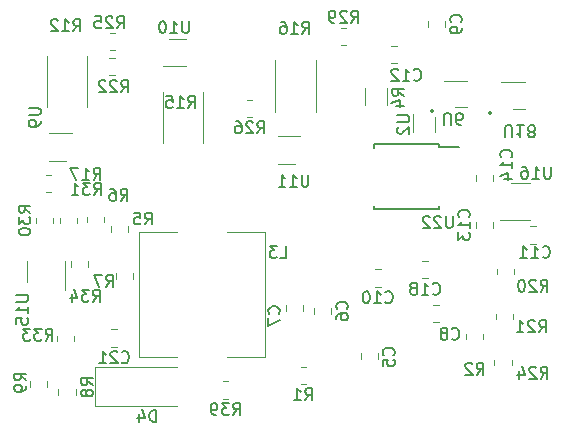
<source format=gbr>
%TF.GenerationSoftware,KiCad,Pcbnew,(6.0.2)*%
%TF.CreationDate,2022-05-11T05:14:46-07:00*%
%TF.ProjectId,InsulinCoolerBoard,496e7375-6c69-46e4-936f-6f6c6572426f,rev?*%
%TF.SameCoordinates,Original*%
%TF.FileFunction,Legend,Bot*%
%TF.FilePolarity,Positive*%
%FSLAX46Y46*%
G04 Gerber Fmt 4.6, Leading zero omitted, Abs format (unit mm)*
G04 Created by KiCad (PCBNEW (6.0.2)) date 2022-05-11 05:14:46*
%MOMM*%
%LPD*%
G01*
G04 APERTURE LIST*
%ADD10C,0.150000*%
%ADD11C,0.120000*%
%ADD12C,0.300000*%
G04 APERTURE END LIST*
D10*
%TO.C,R20*%
X141308057Y-90190580D02*
X141641390Y-89714390D01*
X141879485Y-90190580D02*
X141879485Y-89190580D01*
X141498533Y-89190580D01*
X141403295Y-89238200D01*
X141355676Y-89285819D01*
X141308057Y-89381057D01*
X141308057Y-89523914D01*
X141355676Y-89619152D01*
X141403295Y-89666771D01*
X141498533Y-89714390D01*
X141879485Y-89714390D01*
X140927104Y-89285819D02*
X140879485Y-89238200D01*
X140784247Y-89190580D01*
X140546152Y-89190580D01*
X140450914Y-89238200D01*
X140403295Y-89285819D01*
X140355676Y-89381057D01*
X140355676Y-89476295D01*
X140403295Y-89619152D01*
X140974723Y-90190580D01*
X140355676Y-90190580D01*
X139736628Y-89190580D02*
X139641390Y-89190580D01*
X139546152Y-89238200D01*
X139498533Y-89285819D01*
X139450914Y-89381057D01*
X139403295Y-89571533D01*
X139403295Y-89809628D01*
X139450914Y-90000104D01*
X139498533Y-90095342D01*
X139546152Y-90142961D01*
X139641390Y-90190580D01*
X139736628Y-90190580D01*
X139831866Y-90142961D01*
X139879485Y-90095342D01*
X139927104Y-90000104D01*
X139974723Y-89809628D01*
X139974723Y-89571533D01*
X139927104Y-89381057D01*
X139879485Y-89285819D01*
X139831866Y-89238200D01*
X139736628Y-89190580D01*
%TO.C,R21*%
X141181057Y-93619580D02*
X141514390Y-93143390D01*
X141752485Y-93619580D02*
X141752485Y-92619580D01*
X141371533Y-92619580D01*
X141276295Y-92667200D01*
X141228676Y-92714819D01*
X141181057Y-92810057D01*
X141181057Y-92952914D01*
X141228676Y-93048152D01*
X141276295Y-93095771D01*
X141371533Y-93143390D01*
X141752485Y-93143390D01*
X140800104Y-92714819D02*
X140752485Y-92667200D01*
X140657247Y-92619580D01*
X140419152Y-92619580D01*
X140323914Y-92667200D01*
X140276295Y-92714819D01*
X140228676Y-92810057D01*
X140228676Y-92905295D01*
X140276295Y-93048152D01*
X140847723Y-93619580D01*
X140228676Y-93619580D01*
X139276295Y-93619580D02*
X139847723Y-93619580D01*
X139562009Y-93619580D02*
X139562009Y-92619580D01*
X139657247Y-92762438D01*
X139752485Y-92857676D01*
X139847723Y-92905295D01*
%TO.C,R24*%
X141308057Y-97556580D02*
X141641390Y-97080390D01*
X141879485Y-97556580D02*
X141879485Y-96556580D01*
X141498533Y-96556580D01*
X141403295Y-96604200D01*
X141355676Y-96651819D01*
X141308057Y-96747057D01*
X141308057Y-96889914D01*
X141355676Y-96985152D01*
X141403295Y-97032771D01*
X141498533Y-97080390D01*
X141879485Y-97080390D01*
X140927104Y-96651819D02*
X140879485Y-96604200D01*
X140784247Y-96556580D01*
X140546152Y-96556580D01*
X140450914Y-96604200D01*
X140403295Y-96651819D01*
X140355676Y-96747057D01*
X140355676Y-96842295D01*
X140403295Y-96985152D01*
X140974723Y-97556580D01*
X140355676Y-97556580D01*
X139498533Y-96889914D02*
X139498533Y-97556580D01*
X139736628Y-96508961D02*
X139974723Y-97223247D01*
X139355676Y-97223247D01*
%TO.C,R39*%
X115289057Y-100628980D02*
X115622390Y-100152790D01*
X115860485Y-100628980D02*
X115860485Y-99628980D01*
X115479533Y-99628980D01*
X115384295Y-99676600D01*
X115336676Y-99724219D01*
X115289057Y-99819457D01*
X115289057Y-99962314D01*
X115336676Y-100057552D01*
X115384295Y-100105171D01*
X115479533Y-100152790D01*
X115860485Y-100152790D01*
X114955723Y-99628980D02*
X114336676Y-99628980D01*
X114670009Y-100009933D01*
X114527152Y-100009933D01*
X114431914Y-100057552D01*
X114384295Y-100105171D01*
X114336676Y-100200409D01*
X114336676Y-100438504D01*
X114384295Y-100533742D01*
X114431914Y-100581361D01*
X114527152Y-100628980D01*
X114812866Y-100628980D01*
X114908104Y-100581361D01*
X114955723Y-100533742D01*
X113860485Y-100628980D02*
X113670009Y-100628980D01*
X113574771Y-100581361D01*
X113527152Y-100533742D01*
X113431914Y-100390885D01*
X113384295Y-100200409D01*
X113384295Y-99819457D01*
X113431914Y-99724219D01*
X113479533Y-99676600D01*
X113574771Y-99628980D01*
X113765247Y-99628980D01*
X113860485Y-99676600D01*
X113908104Y-99724219D01*
X113955723Y-99819457D01*
X113955723Y-100057552D01*
X113908104Y-100152790D01*
X113860485Y-100200409D01*
X113765247Y-100248028D01*
X113574771Y-100248028D01*
X113479533Y-100200409D01*
X113431914Y-100152790D01*
X113384295Y-100057552D01*
%TO.C,R34*%
X103411257Y-91028780D02*
X103744590Y-90552590D01*
X103982685Y-91028780D02*
X103982685Y-90028780D01*
X103601733Y-90028780D01*
X103506495Y-90076400D01*
X103458876Y-90124019D01*
X103411257Y-90219257D01*
X103411257Y-90362114D01*
X103458876Y-90457352D01*
X103506495Y-90504971D01*
X103601733Y-90552590D01*
X103982685Y-90552590D01*
X103077923Y-90028780D02*
X102458876Y-90028780D01*
X102792209Y-90409733D01*
X102649352Y-90409733D01*
X102554114Y-90457352D01*
X102506495Y-90504971D01*
X102458876Y-90600209D01*
X102458876Y-90838304D01*
X102506495Y-90933542D01*
X102554114Y-90981161D01*
X102649352Y-91028780D01*
X102935066Y-91028780D01*
X103030304Y-90981161D01*
X103077923Y-90933542D01*
X101601733Y-90362114D02*
X101601733Y-91028780D01*
X101839828Y-89981161D02*
X102077923Y-90695447D01*
X101458876Y-90695447D01*
%TO.C,D4*%
X108757895Y-101209780D02*
X108757895Y-100209780D01*
X108519800Y-100209780D01*
X108376942Y-100257400D01*
X108281704Y-100352638D01*
X108234085Y-100447876D01*
X108186466Y-100638352D01*
X108186466Y-100781209D01*
X108234085Y-100971685D01*
X108281704Y-101066923D01*
X108376942Y-101162161D01*
X108519800Y-101209780D01*
X108757895Y-101209780D01*
X107329323Y-100543114D02*
X107329323Y-101209780D01*
X107567419Y-100162161D02*
X107805514Y-100876447D01*
X107186466Y-100876447D01*
%TO.C,R26*%
X117330457Y-76778380D02*
X117663790Y-76302190D01*
X117901885Y-76778380D02*
X117901885Y-75778380D01*
X117520933Y-75778380D01*
X117425695Y-75826000D01*
X117378076Y-75873619D01*
X117330457Y-75968857D01*
X117330457Y-76111714D01*
X117378076Y-76206952D01*
X117425695Y-76254571D01*
X117520933Y-76302190D01*
X117901885Y-76302190D01*
X116949504Y-75873619D02*
X116901885Y-75826000D01*
X116806647Y-75778380D01*
X116568552Y-75778380D01*
X116473314Y-75826000D01*
X116425695Y-75873619D01*
X116378076Y-75968857D01*
X116378076Y-76064095D01*
X116425695Y-76206952D01*
X116997123Y-76778380D01*
X116378076Y-76778380D01*
X115520933Y-75778380D02*
X115711409Y-75778380D01*
X115806647Y-75826000D01*
X115854266Y-75873619D01*
X115949504Y-76016476D01*
X115997123Y-76206952D01*
X115997123Y-76587904D01*
X115949504Y-76683142D01*
X115901885Y-76730761D01*
X115806647Y-76778380D01*
X115616171Y-76778380D01*
X115520933Y-76730761D01*
X115473314Y-76683142D01*
X115425695Y-76587904D01*
X115425695Y-76349809D01*
X115473314Y-76254571D01*
X115520933Y-76206952D01*
X115616171Y-76159333D01*
X115806647Y-76159333D01*
X115901885Y-76206952D01*
X115949504Y-76254571D01*
X115997123Y-76349809D01*
%TO.C,U6*%
X133135895Y-76078119D02*
X133135895Y-75268595D01*
X133183514Y-75173357D01*
X133231133Y-75125738D01*
X133326371Y-75078119D01*
X133516847Y-75078119D01*
X133612085Y-75125738D01*
X133659704Y-75173357D01*
X133707323Y-75268595D01*
X133707323Y-76078119D01*
X134612085Y-76078119D02*
X134421609Y-76078119D01*
X134326371Y-76030500D01*
X134278752Y-75982880D01*
X134183514Y-75840023D01*
X134135895Y-75649547D01*
X134135895Y-75268595D01*
X134183514Y-75173357D01*
X134231133Y-75125738D01*
X134326371Y-75078119D01*
X134516847Y-75078119D01*
X134612085Y-75125738D01*
X134659704Y-75173357D01*
X134707323Y-75268595D01*
X134707323Y-75506690D01*
X134659704Y-75601928D01*
X134612085Y-75649547D01*
X134516847Y-75697166D01*
X134326371Y-75697166D01*
X134231133Y-75649547D01*
X134183514Y-75601928D01*
X134135895Y-75506690D01*
%TO.C,R9*%
X97759780Y-97699533D02*
X97283590Y-97366200D01*
X97759780Y-97128104D02*
X96759780Y-97128104D01*
X96759780Y-97509057D01*
X96807400Y-97604295D01*
X96855019Y-97651914D01*
X96950257Y-97699533D01*
X97093114Y-97699533D01*
X97188352Y-97651914D01*
X97235971Y-97604295D01*
X97283590Y-97509057D01*
X97283590Y-97128104D01*
X97759780Y-98175723D02*
X97759780Y-98366200D01*
X97712161Y-98461438D01*
X97664542Y-98509057D01*
X97521685Y-98604295D01*
X97331209Y-98651914D01*
X96950257Y-98651914D01*
X96855019Y-98604295D01*
X96807400Y-98556676D01*
X96759780Y-98461438D01*
X96759780Y-98270961D01*
X96807400Y-98175723D01*
X96855019Y-98128104D01*
X96950257Y-98080485D01*
X97188352Y-98080485D01*
X97283590Y-98128104D01*
X97331209Y-98175723D01*
X97378828Y-98270961D01*
X97378828Y-98461438D01*
X97331209Y-98556676D01*
X97283590Y-98604295D01*
X97188352Y-98651914D01*
%TO.C,U16*%
X142182695Y-79614780D02*
X142182695Y-80424304D01*
X142135076Y-80519542D01*
X142087457Y-80567161D01*
X141992219Y-80614780D01*
X141801742Y-80614780D01*
X141706504Y-80567161D01*
X141658885Y-80519542D01*
X141611266Y-80424304D01*
X141611266Y-79614780D01*
X140611266Y-80614780D02*
X141182695Y-80614780D01*
X140896980Y-80614780D02*
X140896980Y-79614780D01*
X140992219Y-79757638D01*
X141087457Y-79852876D01*
X141182695Y-79900495D01*
X139754123Y-79614780D02*
X139944600Y-79614780D01*
X140039838Y-79662400D01*
X140087457Y-79710019D01*
X140182695Y-79852876D01*
X140230314Y-80043352D01*
X140230314Y-80424304D01*
X140182695Y-80519542D01*
X140135076Y-80567161D01*
X140039838Y-80614780D01*
X139849361Y-80614780D01*
X139754123Y-80567161D01*
X139706504Y-80519542D01*
X139658885Y-80424304D01*
X139658885Y-80186209D01*
X139706504Y-80090971D01*
X139754123Y-80043352D01*
X139849361Y-79995733D01*
X140039838Y-79995733D01*
X140135076Y-80043352D01*
X140182695Y-80090971D01*
X140230314Y-80186209D01*
%TO.C,U15*%
X96937580Y-90455904D02*
X97747104Y-90455904D01*
X97842342Y-90503523D01*
X97889961Y-90551142D01*
X97937580Y-90646380D01*
X97937580Y-90836857D01*
X97889961Y-90932095D01*
X97842342Y-90979714D01*
X97747104Y-91027333D01*
X96937580Y-91027333D01*
X97937580Y-92027333D02*
X97937580Y-91455904D01*
X97937580Y-91741619D02*
X96937580Y-91741619D01*
X97080438Y-91646380D01*
X97175676Y-91551142D01*
X97223295Y-91455904D01*
X96937580Y-92932095D02*
X96937580Y-92455904D01*
X97413771Y-92408285D01*
X97366152Y-92455904D01*
X97318533Y-92551142D01*
X97318533Y-92789238D01*
X97366152Y-92884476D01*
X97413771Y-92932095D01*
X97509009Y-92979714D01*
X97747104Y-92979714D01*
X97842342Y-92932095D01*
X97889961Y-92884476D01*
X97937580Y-92789238D01*
X97937580Y-92551142D01*
X97889961Y-92455904D01*
X97842342Y-92408285D01*
%TO.C,C6*%
X124906441Y-91653534D02*
X124954060Y-91605915D01*
X125001679Y-91463058D01*
X125001679Y-91367820D01*
X124954060Y-91224962D01*
X124858822Y-91129724D01*
X124763584Y-91082105D01*
X124573108Y-91034486D01*
X124430251Y-91034486D01*
X124239775Y-91082105D01*
X124144537Y-91129724D01*
X124049299Y-91224962D01*
X124001679Y-91367820D01*
X124001679Y-91463058D01*
X124049299Y-91605915D01*
X124096918Y-91653534D01*
X124001679Y-92510677D02*
X124001679Y-92320201D01*
X124049299Y-92224962D01*
X124096918Y-92177343D01*
X124239775Y-92082105D01*
X124430251Y-92034486D01*
X124811203Y-92034486D01*
X124906441Y-92082105D01*
X124954060Y-92129724D01*
X125001679Y-92224962D01*
X125001679Y-92415439D01*
X124954060Y-92510677D01*
X124906441Y-92558296D01*
X124811203Y-92605915D01*
X124573108Y-92605915D01*
X124477870Y-92558296D01*
X124430251Y-92510677D01*
X124382632Y-92415439D01*
X124382632Y-92224962D01*
X124430251Y-92129724D01*
X124477870Y-92082105D01*
X124573108Y-92034486D01*
%TO.C,U18*%
X138320986Y-77106219D02*
X138320986Y-76296695D01*
X138368605Y-76201457D01*
X138416224Y-76153838D01*
X138511462Y-76106219D01*
X138701939Y-76106219D01*
X138797177Y-76153838D01*
X138844796Y-76201457D01*
X138892415Y-76296695D01*
X138892415Y-77106219D01*
X139892415Y-76106219D02*
X139320986Y-76106219D01*
X139606701Y-76106219D02*
X139606701Y-77106219D01*
X139511462Y-76963361D01*
X139416224Y-76868123D01*
X139320986Y-76820504D01*
X140463843Y-76677647D02*
X140368605Y-76725266D01*
X140320986Y-76772885D01*
X140273367Y-76868123D01*
X140273367Y-76915742D01*
X140320986Y-77010980D01*
X140368605Y-77058600D01*
X140463843Y-77106219D01*
X140654320Y-77106219D01*
X140749558Y-77058600D01*
X140797177Y-77010980D01*
X140844796Y-76915742D01*
X140844796Y-76868123D01*
X140797177Y-76772885D01*
X140749558Y-76725266D01*
X140654320Y-76677647D01*
X140463843Y-76677647D01*
X140368605Y-76630028D01*
X140320986Y-76582409D01*
X140273367Y-76487171D01*
X140273367Y-76296695D01*
X140320986Y-76201457D01*
X140368605Y-76153838D01*
X140463843Y-76106219D01*
X140654320Y-76106219D01*
X140749558Y-76153838D01*
X140797177Y-76201457D01*
X140844796Y-76296695D01*
X140844796Y-76487171D01*
X140797177Y-76582409D01*
X140749558Y-76630028D01*
X140654320Y-76677647D01*
%TO.C,C5*%
X128855441Y-95569034D02*
X128903060Y-95521415D01*
X128950679Y-95378558D01*
X128950679Y-95283320D01*
X128903060Y-95140462D01*
X128807822Y-95045224D01*
X128712584Y-94997605D01*
X128522108Y-94949986D01*
X128379251Y-94949986D01*
X128188775Y-94997605D01*
X128093537Y-95045224D01*
X127998299Y-95140462D01*
X127950679Y-95283320D01*
X127950679Y-95378558D01*
X127998299Y-95521415D01*
X128045918Y-95569034D01*
X127950679Y-96473796D02*
X127950679Y-95997605D01*
X128426870Y-95949986D01*
X128379251Y-95997605D01*
X128331632Y-96092843D01*
X128331632Y-96330939D01*
X128379251Y-96426177D01*
X128426870Y-96473796D01*
X128522108Y-96521415D01*
X128760203Y-96521415D01*
X128855441Y-96473796D01*
X128903060Y-96426177D01*
X128950679Y-96330939D01*
X128950679Y-96092843D01*
X128903060Y-95997605D01*
X128855441Y-95949986D01*
%TO.C,R25*%
X105443257Y-67889380D02*
X105776590Y-67413190D01*
X106014685Y-67889380D02*
X106014685Y-66889380D01*
X105633733Y-66889380D01*
X105538495Y-66937000D01*
X105490876Y-66984619D01*
X105443257Y-67079857D01*
X105443257Y-67222714D01*
X105490876Y-67317952D01*
X105538495Y-67365571D01*
X105633733Y-67413190D01*
X106014685Y-67413190D01*
X105062304Y-66984619D02*
X105014685Y-66937000D01*
X104919447Y-66889380D01*
X104681352Y-66889380D01*
X104586114Y-66937000D01*
X104538495Y-66984619D01*
X104490876Y-67079857D01*
X104490876Y-67175095D01*
X104538495Y-67317952D01*
X105109923Y-67889380D01*
X104490876Y-67889380D01*
X103586114Y-66889380D02*
X104062304Y-66889380D01*
X104109923Y-67365571D01*
X104062304Y-67317952D01*
X103967066Y-67270333D01*
X103728971Y-67270333D01*
X103633733Y-67317952D01*
X103586114Y-67365571D01*
X103538495Y-67460809D01*
X103538495Y-67698904D01*
X103586114Y-67794142D01*
X103633733Y-67841761D01*
X103728971Y-67889380D01*
X103967066Y-67889380D01*
X104062304Y-67841761D01*
X104109923Y-67794142D01*
%TO.C,C18*%
X132189457Y-90352942D02*
X132237076Y-90400561D01*
X132379933Y-90448180D01*
X132475171Y-90448180D01*
X132618028Y-90400561D01*
X132713266Y-90305323D01*
X132760885Y-90210085D01*
X132808504Y-90019609D01*
X132808504Y-89876752D01*
X132760885Y-89686276D01*
X132713266Y-89591038D01*
X132618028Y-89495800D01*
X132475171Y-89448180D01*
X132379933Y-89448180D01*
X132237076Y-89495800D01*
X132189457Y-89543419D01*
X131237076Y-90448180D02*
X131808504Y-90448180D01*
X131522790Y-90448180D02*
X131522790Y-89448180D01*
X131618028Y-89591038D01*
X131713266Y-89686276D01*
X131808504Y-89733895D01*
X130665647Y-89876752D02*
X130760885Y-89829133D01*
X130808504Y-89781514D01*
X130856123Y-89686276D01*
X130856123Y-89638657D01*
X130808504Y-89543419D01*
X130760885Y-89495800D01*
X130665647Y-89448180D01*
X130475171Y-89448180D01*
X130379933Y-89495800D01*
X130332314Y-89543419D01*
X130284695Y-89638657D01*
X130284695Y-89686276D01*
X130332314Y-89781514D01*
X130379933Y-89829133D01*
X130475171Y-89876752D01*
X130665647Y-89876752D01*
X130760885Y-89924371D01*
X130808504Y-89971990D01*
X130856123Y-90067228D01*
X130856123Y-90257704D01*
X130808504Y-90352942D01*
X130760885Y-90400561D01*
X130665647Y-90448180D01*
X130475171Y-90448180D01*
X130379933Y-90400561D01*
X130332314Y-90352942D01*
X130284695Y-90257704D01*
X130284695Y-90067228D01*
X130332314Y-89971990D01*
X130379933Y-89924371D01*
X130475171Y-89876752D01*
%TO.C,C10*%
X128172357Y-91064142D02*
X128219976Y-91111761D01*
X128362833Y-91159380D01*
X128458071Y-91159380D01*
X128600928Y-91111761D01*
X128696166Y-91016523D01*
X128743785Y-90921285D01*
X128791404Y-90730809D01*
X128791404Y-90587952D01*
X128743785Y-90397476D01*
X128696166Y-90302238D01*
X128600928Y-90207000D01*
X128458071Y-90159380D01*
X128362833Y-90159380D01*
X128219976Y-90207000D01*
X128172357Y-90254619D01*
X127219976Y-91159380D02*
X127791404Y-91159380D01*
X127505690Y-91159380D02*
X127505690Y-90159380D01*
X127600928Y-90302238D01*
X127696166Y-90397476D01*
X127791404Y-90445095D01*
X126600928Y-90159380D02*
X126505690Y-90159380D01*
X126410452Y-90207000D01*
X126362833Y-90254619D01*
X126315214Y-90349857D01*
X126267595Y-90540333D01*
X126267595Y-90778428D01*
X126315214Y-90968904D01*
X126362833Y-91064142D01*
X126410452Y-91111761D01*
X126505690Y-91159380D01*
X126600928Y-91159380D01*
X126696166Y-91111761D01*
X126743785Y-91064142D01*
X126791404Y-90968904D01*
X126839023Y-90778428D01*
X126839023Y-90540333D01*
X126791404Y-90349857D01*
X126743785Y-90254619D01*
X126696166Y-90207000D01*
X126600928Y-90159380D01*
%TO.C,R17*%
X103462057Y-80716380D02*
X103795390Y-80240190D01*
X104033485Y-80716380D02*
X104033485Y-79716380D01*
X103652533Y-79716380D01*
X103557295Y-79764000D01*
X103509676Y-79811619D01*
X103462057Y-79906857D01*
X103462057Y-80049714D01*
X103509676Y-80144952D01*
X103557295Y-80192571D01*
X103652533Y-80240190D01*
X104033485Y-80240190D01*
X102509676Y-80716380D02*
X103081104Y-80716380D01*
X102795390Y-80716380D02*
X102795390Y-79716380D01*
X102890628Y-79859238D01*
X102985866Y-79954476D01*
X103081104Y-80002095D01*
X102176342Y-79716380D02*
X101509676Y-79716380D01*
X101938247Y-80716380D01*
%TO.C,U2*%
X129186380Y-75276595D02*
X129995904Y-75276595D01*
X130091142Y-75324214D01*
X130138761Y-75371833D01*
X130186380Y-75467071D01*
X130186380Y-75657547D01*
X130138761Y-75752785D01*
X130091142Y-75800404D01*
X129995904Y-75848023D01*
X129186380Y-75848023D01*
X129281619Y-76276595D02*
X129234000Y-76324214D01*
X129186380Y-76419452D01*
X129186380Y-76657547D01*
X129234000Y-76752785D01*
X129281619Y-76800404D01*
X129376857Y-76848023D01*
X129472095Y-76848023D01*
X129614952Y-76800404D01*
X130186380Y-76228976D01*
X130186380Y-76848023D01*
%TO.C,U10*%
X111550295Y-67288780D02*
X111550295Y-68098304D01*
X111502676Y-68193542D01*
X111455057Y-68241161D01*
X111359819Y-68288780D01*
X111169342Y-68288780D01*
X111074104Y-68241161D01*
X111026485Y-68193542D01*
X110978866Y-68098304D01*
X110978866Y-67288780D01*
X109978866Y-68288780D02*
X110550295Y-68288780D01*
X110264580Y-68288780D02*
X110264580Y-67288780D01*
X110359819Y-67431638D01*
X110455057Y-67526876D01*
X110550295Y-67574495D01*
X109359819Y-67288780D02*
X109264580Y-67288780D01*
X109169342Y-67336400D01*
X109121723Y-67384019D01*
X109074104Y-67479257D01*
X109026485Y-67669733D01*
X109026485Y-67907828D01*
X109074104Y-68098304D01*
X109121723Y-68193542D01*
X109169342Y-68241161D01*
X109264580Y-68288780D01*
X109359819Y-68288780D01*
X109455057Y-68241161D01*
X109502676Y-68193542D01*
X109550295Y-68098304D01*
X109597914Y-67907828D01*
X109597914Y-67669733D01*
X109550295Y-67479257D01*
X109502676Y-67384019D01*
X109455057Y-67336400D01*
X109359819Y-67288780D01*
%TO.C,U11*%
X121659495Y-80293580D02*
X121659495Y-81103104D01*
X121611876Y-81198342D01*
X121564257Y-81245961D01*
X121469019Y-81293580D01*
X121278542Y-81293580D01*
X121183304Y-81245961D01*
X121135685Y-81198342D01*
X121088066Y-81103104D01*
X121088066Y-80293580D01*
X120088066Y-81293580D02*
X120659495Y-81293580D01*
X120373780Y-81293580D02*
X120373780Y-80293580D01*
X120469019Y-80436438D01*
X120564257Y-80531676D01*
X120659495Y-80579295D01*
X119135685Y-81293580D02*
X119707114Y-81293580D01*
X119421400Y-81293580D02*
X119421400Y-80293580D01*
X119516638Y-80436438D01*
X119611876Y-80531676D01*
X119707114Y-80579295D01*
%TO.C,C11*%
X141485857Y-87250542D02*
X141533476Y-87298161D01*
X141676333Y-87345780D01*
X141771571Y-87345780D01*
X141914428Y-87298161D01*
X142009666Y-87202923D01*
X142057285Y-87107685D01*
X142104904Y-86917209D01*
X142104904Y-86774352D01*
X142057285Y-86583876D01*
X142009666Y-86488638D01*
X141914428Y-86393400D01*
X141771571Y-86345780D01*
X141676333Y-86345780D01*
X141533476Y-86393400D01*
X141485857Y-86441019D01*
X140533476Y-87345780D02*
X141104904Y-87345780D01*
X140819190Y-87345780D02*
X140819190Y-86345780D01*
X140914428Y-86488638D01*
X141009666Y-86583876D01*
X141104904Y-86631495D01*
X139581095Y-87345780D02*
X140152523Y-87345780D01*
X139866809Y-87345780D02*
X139866809Y-86345780D01*
X139962047Y-86488638D01*
X140057285Y-86583876D01*
X140152523Y-86631495D01*
%TO.C,R8*%
X103423980Y-98105933D02*
X102947790Y-97772600D01*
X103423980Y-97534504D02*
X102423980Y-97534504D01*
X102423980Y-97915457D01*
X102471600Y-98010695D01*
X102519219Y-98058314D01*
X102614457Y-98105933D01*
X102757314Y-98105933D01*
X102852552Y-98058314D01*
X102900171Y-98010695D01*
X102947790Y-97915457D01*
X102947790Y-97534504D01*
X102852552Y-98677361D02*
X102804933Y-98582123D01*
X102757314Y-98534504D01*
X102662076Y-98486885D01*
X102614457Y-98486885D01*
X102519219Y-98534504D01*
X102471600Y-98582123D01*
X102423980Y-98677361D01*
X102423980Y-98867838D01*
X102471600Y-98963076D01*
X102519219Y-99010695D01*
X102614457Y-99058314D01*
X102662076Y-99058314D01*
X102757314Y-99010695D01*
X102804933Y-98963076D01*
X102852552Y-98867838D01*
X102852552Y-98677361D01*
X102900171Y-98582123D01*
X102947790Y-98534504D01*
X103043028Y-98486885D01*
X103233504Y-98486885D01*
X103328742Y-98534504D01*
X103376361Y-98582123D01*
X103423980Y-98677361D01*
X103423980Y-98867838D01*
X103376361Y-98963076D01*
X103328742Y-99010695D01*
X103233504Y-99058314D01*
X103043028Y-99058314D01*
X102947790Y-99010695D01*
X102900171Y-98963076D01*
X102852552Y-98867838D01*
%TO.C,R7*%
X104535266Y-89758780D02*
X104868600Y-89282590D01*
X105106695Y-89758780D02*
X105106695Y-88758780D01*
X104725742Y-88758780D01*
X104630504Y-88806400D01*
X104582885Y-88854019D01*
X104535266Y-88949257D01*
X104535266Y-89092114D01*
X104582885Y-89187352D01*
X104630504Y-89234971D01*
X104725742Y-89282590D01*
X105106695Y-89282590D01*
X104201933Y-88758780D02*
X103535266Y-88758780D01*
X103963838Y-89758780D01*
%TO.C,C9*%
X134548942Y-67371933D02*
X134596561Y-67324314D01*
X134644180Y-67181457D01*
X134644180Y-67086219D01*
X134596561Y-66943361D01*
X134501323Y-66848123D01*
X134406085Y-66800504D01*
X134215609Y-66752885D01*
X134072752Y-66752885D01*
X133882276Y-66800504D01*
X133787038Y-66848123D01*
X133691800Y-66943361D01*
X133644180Y-67086219D01*
X133644180Y-67181457D01*
X133691800Y-67324314D01*
X133739419Y-67371933D01*
X134644180Y-67848123D02*
X134644180Y-68038600D01*
X134596561Y-68133838D01*
X134548942Y-68181457D01*
X134406085Y-68276695D01*
X134215609Y-68324314D01*
X133834657Y-68324314D01*
X133739419Y-68276695D01*
X133691800Y-68229076D01*
X133644180Y-68133838D01*
X133644180Y-67943361D01*
X133691800Y-67848123D01*
X133739419Y-67800504D01*
X133834657Y-67752885D01*
X134072752Y-67752885D01*
X134167990Y-67800504D01*
X134215609Y-67848123D01*
X134263228Y-67943361D01*
X134263228Y-68133838D01*
X134215609Y-68229076D01*
X134167990Y-68276695D01*
X134072752Y-68324314D01*
%TO.C,C12*%
X130589257Y-72239142D02*
X130636876Y-72286761D01*
X130779733Y-72334380D01*
X130874971Y-72334380D01*
X131017828Y-72286761D01*
X131113066Y-72191523D01*
X131160685Y-72096285D01*
X131208304Y-71905809D01*
X131208304Y-71762952D01*
X131160685Y-71572476D01*
X131113066Y-71477238D01*
X131017828Y-71382000D01*
X130874971Y-71334380D01*
X130779733Y-71334380D01*
X130636876Y-71382000D01*
X130589257Y-71429619D01*
X129636876Y-72334380D02*
X130208304Y-72334380D01*
X129922590Y-72334380D02*
X129922590Y-71334380D01*
X130017828Y-71477238D01*
X130113066Y-71572476D01*
X130208304Y-71620095D01*
X129255923Y-71429619D02*
X129208304Y-71382000D01*
X129113066Y-71334380D01*
X128874971Y-71334380D01*
X128779733Y-71382000D01*
X128732114Y-71429619D01*
X128684495Y-71524857D01*
X128684495Y-71620095D01*
X128732114Y-71762952D01*
X129303542Y-72334380D01*
X128684495Y-72334380D01*
%TO.C,R1*%
X121384866Y-99384380D02*
X121718200Y-98908190D01*
X121956295Y-99384380D02*
X121956295Y-98384380D01*
X121575342Y-98384380D01*
X121480104Y-98432000D01*
X121432485Y-98479619D01*
X121384866Y-98574857D01*
X121384866Y-98717714D01*
X121432485Y-98812952D01*
X121480104Y-98860571D01*
X121575342Y-98908190D01*
X121956295Y-98908190D01*
X120432485Y-99384380D02*
X121003914Y-99384380D01*
X120718200Y-99384380D02*
X120718200Y-98384380D01*
X120813438Y-98527238D01*
X120908676Y-98622476D01*
X121003914Y-98670095D01*
%TO.C,U9*%
X97978980Y-74650695D02*
X98788504Y-74650695D01*
X98883742Y-74698314D01*
X98931361Y-74745933D01*
X98978980Y-74841171D01*
X98978980Y-75031647D01*
X98931361Y-75126885D01*
X98883742Y-75174504D01*
X98788504Y-75222123D01*
X97978980Y-75222123D01*
X98978980Y-75745933D02*
X98978980Y-75936409D01*
X98931361Y-76031647D01*
X98883742Y-76079266D01*
X98740885Y-76174504D01*
X98550409Y-76222123D01*
X98169457Y-76222123D01*
X98074219Y-76174504D01*
X98026600Y-76126885D01*
X97978980Y-76031647D01*
X97978980Y-75841171D01*
X98026600Y-75745933D01*
X98074219Y-75698314D01*
X98169457Y-75650695D01*
X98407552Y-75650695D01*
X98502790Y-75698314D01*
X98550409Y-75745933D01*
X98598028Y-75841171D01*
X98598028Y-76031647D01*
X98550409Y-76126885D01*
X98502790Y-76174504D01*
X98407552Y-76222123D01*
%TO.C,C7*%
X119152942Y-92060733D02*
X119200561Y-92013114D01*
X119248180Y-91870257D01*
X119248180Y-91775019D01*
X119200561Y-91632161D01*
X119105323Y-91536923D01*
X119010085Y-91489304D01*
X118819609Y-91441685D01*
X118676752Y-91441685D01*
X118486276Y-91489304D01*
X118391038Y-91536923D01*
X118295800Y-91632161D01*
X118248180Y-91775019D01*
X118248180Y-91870257D01*
X118295800Y-92013114D01*
X118343419Y-92060733D01*
X118248180Y-92394066D02*
X118248180Y-93060733D01*
X119248180Y-92632161D01*
%TO.C,R4*%
X129738380Y-73594933D02*
X129262190Y-73261600D01*
X129738380Y-73023504D02*
X128738380Y-73023504D01*
X128738380Y-73404457D01*
X128786000Y-73499695D01*
X128833619Y-73547314D01*
X128928857Y-73594933D01*
X129071714Y-73594933D01*
X129166952Y-73547314D01*
X129214571Y-73499695D01*
X129262190Y-73404457D01*
X129262190Y-73023504D01*
X129071714Y-74452076D02*
X129738380Y-74452076D01*
X128690761Y-74213980D02*
X129405047Y-73975885D01*
X129405047Y-74594933D01*
%TO.C,C13*%
X135227542Y-83888342D02*
X135275161Y-83840723D01*
X135322780Y-83697866D01*
X135322780Y-83602628D01*
X135275161Y-83459771D01*
X135179923Y-83364533D01*
X135084685Y-83316914D01*
X134894209Y-83269295D01*
X134751352Y-83269295D01*
X134560876Y-83316914D01*
X134465638Y-83364533D01*
X134370400Y-83459771D01*
X134322780Y-83602628D01*
X134322780Y-83697866D01*
X134370400Y-83840723D01*
X134418019Y-83888342D01*
X135322780Y-84840723D02*
X135322780Y-84269295D01*
X135322780Y-84555009D02*
X134322780Y-84555009D01*
X134465638Y-84459771D01*
X134560876Y-84364533D01*
X134608495Y-84269295D01*
X134322780Y-85174057D02*
X134322780Y-85793104D01*
X134703733Y-85459771D01*
X134703733Y-85602628D01*
X134751352Y-85697866D01*
X134798971Y-85745485D01*
X134894209Y-85793104D01*
X135132304Y-85793104D01*
X135227542Y-85745485D01*
X135275161Y-85697866D01*
X135322780Y-85602628D01*
X135322780Y-85316914D01*
X135275161Y-85221676D01*
X135227542Y-85174057D01*
%TO.C,R30*%
X98116380Y-83497942D02*
X97640190Y-83164609D01*
X98116380Y-82926514D02*
X97116380Y-82926514D01*
X97116380Y-83307466D01*
X97164000Y-83402704D01*
X97211619Y-83450323D01*
X97306857Y-83497942D01*
X97449714Y-83497942D01*
X97544952Y-83450323D01*
X97592571Y-83402704D01*
X97640190Y-83307466D01*
X97640190Y-82926514D01*
X97116380Y-83831276D02*
X97116380Y-84450323D01*
X97497333Y-84116990D01*
X97497333Y-84259847D01*
X97544952Y-84355085D01*
X97592571Y-84402704D01*
X97687809Y-84450323D01*
X97925904Y-84450323D01*
X98021142Y-84402704D01*
X98068761Y-84355085D01*
X98116380Y-84259847D01*
X98116380Y-83974133D01*
X98068761Y-83878895D01*
X98021142Y-83831276D01*
X97116380Y-85069371D02*
X97116380Y-85164609D01*
X97164000Y-85259847D01*
X97211619Y-85307466D01*
X97306857Y-85355085D01*
X97497333Y-85402704D01*
X97735428Y-85402704D01*
X97925904Y-85355085D01*
X98021142Y-85307466D01*
X98068761Y-85259847D01*
X98116380Y-85164609D01*
X98116380Y-85069371D01*
X98068761Y-84974133D01*
X98021142Y-84926514D01*
X97925904Y-84878895D01*
X97735428Y-84831276D01*
X97497333Y-84831276D01*
X97306857Y-84878895D01*
X97211619Y-84926514D01*
X97164000Y-84974133D01*
X97116380Y-85069371D01*
%TO.C,R16*%
X121140457Y-68348580D02*
X121473790Y-67872390D01*
X121711885Y-68348580D02*
X121711885Y-67348580D01*
X121330933Y-67348580D01*
X121235695Y-67396200D01*
X121188076Y-67443819D01*
X121140457Y-67539057D01*
X121140457Y-67681914D01*
X121188076Y-67777152D01*
X121235695Y-67824771D01*
X121330933Y-67872390D01*
X121711885Y-67872390D01*
X120188076Y-68348580D02*
X120759504Y-68348580D01*
X120473790Y-68348580D02*
X120473790Y-67348580D01*
X120569028Y-67491438D01*
X120664266Y-67586676D01*
X120759504Y-67634295D01*
X119330933Y-67348580D02*
X119521409Y-67348580D01*
X119616647Y-67396200D01*
X119664266Y-67443819D01*
X119759504Y-67586676D01*
X119807123Y-67777152D01*
X119807123Y-68158104D01*
X119759504Y-68253342D01*
X119711885Y-68300961D01*
X119616647Y-68348580D01*
X119426171Y-68348580D01*
X119330933Y-68300961D01*
X119283314Y-68253342D01*
X119235695Y-68158104D01*
X119235695Y-67920009D01*
X119283314Y-67824771D01*
X119330933Y-67777152D01*
X119426171Y-67729533D01*
X119616647Y-67729533D01*
X119711885Y-67777152D01*
X119759504Y-67824771D01*
X119807123Y-67920009D01*
%TO.C,C8*%
X133796066Y-94159342D02*
X133843685Y-94206961D01*
X133986542Y-94254580D01*
X134081780Y-94254580D01*
X134224638Y-94206961D01*
X134319876Y-94111723D01*
X134367495Y-94016485D01*
X134415114Y-93826009D01*
X134415114Y-93683152D01*
X134367495Y-93492676D01*
X134319876Y-93397438D01*
X134224638Y-93302200D01*
X134081780Y-93254580D01*
X133986542Y-93254580D01*
X133843685Y-93302200D01*
X133796066Y-93349819D01*
X133224638Y-93683152D02*
X133319876Y-93635533D01*
X133367495Y-93587914D01*
X133415114Y-93492676D01*
X133415114Y-93445057D01*
X133367495Y-93349819D01*
X133319876Y-93302200D01*
X133224638Y-93254580D01*
X133034161Y-93254580D01*
X132938923Y-93302200D01*
X132891304Y-93349819D01*
X132843685Y-93445057D01*
X132843685Y-93492676D01*
X132891304Y-93587914D01*
X132938923Y-93635533D01*
X133034161Y-93683152D01*
X133224638Y-93683152D01*
X133319876Y-93730771D01*
X133367495Y-93778390D01*
X133415114Y-93873628D01*
X133415114Y-94064104D01*
X133367495Y-94159342D01*
X133319876Y-94206961D01*
X133224638Y-94254580D01*
X133034161Y-94254580D01*
X132938923Y-94206961D01*
X132891304Y-94159342D01*
X132843685Y-94064104D01*
X132843685Y-93873628D01*
X132891304Y-93778390D01*
X132938923Y-93730771D01*
X133034161Y-93683152D01*
%TO.C,C14*%
X138812542Y-78808342D02*
X138860161Y-78760723D01*
X138907780Y-78617866D01*
X138907780Y-78522628D01*
X138860161Y-78379771D01*
X138764923Y-78284533D01*
X138669685Y-78236914D01*
X138479209Y-78189295D01*
X138336352Y-78189295D01*
X138145876Y-78236914D01*
X138050638Y-78284533D01*
X137955400Y-78379771D01*
X137907780Y-78522628D01*
X137907780Y-78617866D01*
X137955400Y-78760723D01*
X138003019Y-78808342D01*
X138907780Y-79760723D02*
X138907780Y-79189295D01*
X138907780Y-79475009D02*
X137907780Y-79475009D01*
X138050638Y-79379771D01*
X138145876Y-79284533D01*
X138193495Y-79189295D01*
X138241114Y-80617866D02*
X138907780Y-80617866D01*
X137860161Y-80379771D02*
X138574447Y-80141676D01*
X138574447Y-80760723D01*
%TO.C,R2*%
X135904266Y-97226380D02*
X136237600Y-96750190D01*
X136475695Y-97226380D02*
X136475695Y-96226380D01*
X136094742Y-96226380D01*
X135999504Y-96274000D01*
X135951885Y-96321619D01*
X135904266Y-96416857D01*
X135904266Y-96559714D01*
X135951885Y-96654952D01*
X135999504Y-96702571D01*
X136094742Y-96750190D01*
X136475695Y-96750190D01*
X135523314Y-96321619D02*
X135475695Y-96274000D01*
X135380457Y-96226380D01*
X135142361Y-96226380D01*
X135047123Y-96274000D01*
X134999504Y-96321619D01*
X134951885Y-96416857D01*
X134951885Y-96512095D01*
X134999504Y-96654952D01*
X135570933Y-97226380D01*
X134951885Y-97226380D01*
%TO.C,R22*%
X105798857Y-73299580D02*
X106132190Y-72823390D01*
X106370285Y-73299580D02*
X106370285Y-72299580D01*
X105989333Y-72299580D01*
X105894095Y-72347200D01*
X105846476Y-72394819D01*
X105798857Y-72490057D01*
X105798857Y-72632914D01*
X105846476Y-72728152D01*
X105894095Y-72775771D01*
X105989333Y-72823390D01*
X106370285Y-72823390D01*
X105417904Y-72394819D02*
X105370285Y-72347200D01*
X105275047Y-72299580D01*
X105036952Y-72299580D01*
X104941714Y-72347200D01*
X104894095Y-72394819D01*
X104846476Y-72490057D01*
X104846476Y-72585295D01*
X104894095Y-72728152D01*
X105465523Y-73299580D01*
X104846476Y-73299580D01*
X104465523Y-72394819D02*
X104417904Y-72347200D01*
X104322666Y-72299580D01*
X104084571Y-72299580D01*
X103989333Y-72347200D01*
X103941714Y-72394819D01*
X103894095Y-72490057D01*
X103894095Y-72585295D01*
X103941714Y-72728152D01*
X104513142Y-73299580D01*
X103894095Y-73299580D01*
%TO.C,C21*%
X105849657Y-96144142D02*
X105897276Y-96191761D01*
X106040133Y-96239380D01*
X106135371Y-96239380D01*
X106278228Y-96191761D01*
X106373466Y-96096523D01*
X106421085Y-96001285D01*
X106468704Y-95810809D01*
X106468704Y-95667952D01*
X106421085Y-95477476D01*
X106373466Y-95382238D01*
X106278228Y-95287000D01*
X106135371Y-95239380D01*
X106040133Y-95239380D01*
X105897276Y-95287000D01*
X105849657Y-95334619D01*
X105468704Y-95334619D02*
X105421085Y-95287000D01*
X105325847Y-95239380D01*
X105087752Y-95239380D01*
X104992514Y-95287000D01*
X104944895Y-95334619D01*
X104897276Y-95429857D01*
X104897276Y-95525095D01*
X104944895Y-95667952D01*
X105516323Y-96239380D01*
X104897276Y-96239380D01*
X103944895Y-96239380D02*
X104516323Y-96239380D01*
X104230609Y-96239380D02*
X104230609Y-95239380D01*
X104325847Y-95382238D01*
X104421085Y-95477476D01*
X104516323Y-95525095D01*
%TO.C,R33*%
X99398057Y-94330780D02*
X99731390Y-93854590D01*
X99969485Y-94330780D02*
X99969485Y-93330780D01*
X99588533Y-93330780D01*
X99493295Y-93378400D01*
X99445676Y-93426019D01*
X99398057Y-93521257D01*
X99398057Y-93664114D01*
X99445676Y-93759352D01*
X99493295Y-93806971D01*
X99588533Y-93854590D01*
X99969485Y-93854590D01*
X99064723Y-93330780D02*
X98445676Y-93330780D01*
X98779009Y-93711733D01*
X98636152Y-93711733D01*
X98540914Y-93759352D01*
X98493295Y-93806971D01*
X98445676Y-93902209D01*
X98445676Y-94140304D01*
X98493295Y-94235542D01*
X98540914Y-94283161D01*
X98636152Y-94330780D01*
X98921866Y-94330780D01*
X99017104Y-94283161D01*
X99064723Y-94235542D01*
X98112342Y-93330780D02*
X97493295Y-93330780D01*
X97826628Y-93711733D01*
X97683771Y-93711733D01*
X97588533Y-93759352D01*
X97540914Y-93806971D01*
X97493295Y-93902209D01*
X97493295Y-94140304D01*
X97540914Y-94235542D01*
X97588533Y-94283161D01*
X97683771Y-94330780D01*
X97969485Y-94330780D01*
X98064723Y-94283161D01*
X98112342Y-94235542D01*
%TO.C,L3*%
X119241866Y-87320380D02*
X119718057Y-87320380D01*
X119718057Y-86320380D01*
X119003771Y-86320380D02*
X118384723Y-86320380D01*
X118718057Y-86701333D01*
X118575200Y-86701333D01*
X118479961Y-86748952D01*
X118432342Y-86796571D01*
X118384723Y-86891809D01*
X118384723Y-87129904D01*
X118432342Y-87225142D01*
X118479961Y-87272761D01*
X118575200Y-87320380D01*
X118860914Y-87320380D01*
X118956152Y-87272761D01*
X119003771Y-87225142D01*
%TO.C,U22*%
X133876895Y-83805780D02*
X133876895Y-84615304D01*
X133829276Y-84710542D01*
X133781657Y-84758161D01*
X133686419Y-84805780D01*
X133495942Y-84805780D01*
X133400704Y-84758161D01*
X133353085Y-84710542D01*
X133305466Y-84615304D01*
X133305466Y-83805780D01*
X132876895Y-83901019D02*
X132829276Y-83853400D01*
X132734038Y-83805780D01*
X132495942Y-83805780D01*
X132400704Y-83853400D01*
X132353085Y-83901019D01*
X132305466Y-83996257D01*
X132305466Y-84091495D01*
X132353085Y-84234352D01*
X132924514Y-84805780D01*
X132305466Y-84805780D01*
X131924514Y-83901019D02*
X131876895Y-83853400D01*
X131781657Y-83805780D01*
X131543561Y-83805780D01*
X131448323Y-83853400D01*
X131400704Y-83901019D01*
X131353085Y-83996257D01*
X131353085Y-84091495D01*
X131400704Y-84234352D01*
X131972133Y-84805780D01*
X131353085Y-84805780D01*
%TO.C,R29*%
X125280657Y-67407780D02*
X125613990Y-66931590D01*
X125852085Y-67407780D02*
X125852085Y-66407780D01*
X125471133Y-66407780D01*
X125375895Y-66455400D01*
X125328276Y-66503019D01*
X125280657Y-66598257D01*
X125280657Y-66741114D01*
X125328276Y-66836352D01*
X125375895Y-66883971D01*
X125471133Y-66931590D01*
X125852085Y-66931590D01*
X124899704Y-66503019D02*
X124852085Y-66455400D01*
X124756847Y-66407780D01*
X124518752Y-66407780D01*
X124423514Y-66455400D01*
X124375895Y-66503019D01*
X124328276Y-66598257D01*
X124328276Y-66693495D01*
X124375895Y-66836352D01*
X124947323Y-67407780D01*
X124328276Y-67407780D01*
X123852085Y-67407780D02*
X123661609Y-67407780D01*
X123566371Y-67360161D01*
X123518752Y-67312542D01*
X123423514Y-67169685D01*
X123375895Y-66979209D01*
X123375895Y-66598257D01*
X123423514Y-66503019D01*
X123471133Y-66455400D01*
X123566371Y-66407780D01*
X123756847Y-66407780D01*
X123852085Y-66455400D01*
X123899704Y-66503019D01*
X123947323Y-66598257D01*
X123947323Y-66836352D01*
X123899704Y-66931590D01*
X123852085Y-66979209D01*
X123756847Y-67026828D01*
X123566371Y-67026828D01*
X123471133Y-66979209D01*
X123423514Y-66931590D01*
X123375895Y-66836352D01*
%TO.C,R15*%
X111488457Y-74620380D02*
X111821790Y-74144190D01*
X112059885Y-74620380D02*
X112059885Y-73620380D01*
X111678933Y-73620380D01*
X111583695Y-73668000D01*
X111536076Y-73715619D01*
X111488457Y-73810857D01*
X111488457Y-73953714D01*
X111536076Y-74048952D01*
X111583695Y-74096571D01*
X111678933Y-74144190D01*
X112059885Y-74144190D01*
X110536076Y-74620380D02*
X111107504Y-74620380D01*
X110821790Y-74620380D02*
X110821790Y-73620380D01*
X110917028Y-73763238D01*
X111012266Y-73858476D01*
X111107504Y-73906095D01*
X109631314Y-73620380D02*
X110107504Y-73620380D01*
X110155123Y-74096571D01*
X110107504Y-74048952D01*
X110012266Y-74001333D01*
X109774171Y-74001333D01*
X109678933Y-74048952D01*
X109631314Y-74096571D01*
X109583695Y-74191809D01*
X109583695Y-74429904D01*
X109631314Y-74525142D01*
X109678933Y-74572761D01*
X109774171Y-74620380D01*
X110012266Y-74620380D01*
X110107504Y-74572761D01*
X110155123Y-74525142D01*
%TO.C,R6*%
X105754466Y-82494380D02*
X106087800Y-82018190D01*
X106325895Y-82494380D02*
X106325895Y-81494380D01*
X105944942Y-81494380D01*
X105849704Y-81542000D01*
X105802085Y-81589619D01*
X105754466Y-81684857D01*
X105754466Y-81827714D01*
X105802085Y-81922952D01*
X105849704Y-81970571D01*
X105944942Y-82018190D01*
X106325895Y-82018190D01*
X104897323Y-81494380D02*
X105087800Y-81494380D01*
X105183038Y-81542000D01*
X105230657Y-81589619D01*
X105325895Y-81732476D01*
X105373514Y-81922952D01*
X105373514Y-82303904D01*
X105325895Y-82399142D01*
X105278276Y-82446761D01*
X105183038Y-82494380D01*
X104992561Y-82494380D01*
X104897323Y-82446761D01*
X104849704Y-82399142D01*
X104802085Y-82303904D01*
X104802085Y-82065809D01*
X104849704Y-81970571D01*
X104897323Y-81922952D01*
X104992561Y-81875333D01*
X105183038Y-81875333D01*
X105278276Y-81922952D01*
X105325895Y-81970571D01*
X105373514Y-82065809D01*
%TO.C,R12*%
X101755257Y-68143380D02*
X102088590Y-67667190D01*
X102326685Y-68143380D02*
X102326685Y-67143380D01*
X101945733Y-67143380D01*
X101850495Y-67191000D01*
X101802876Y-67238619D01*
X101755257Y-67333857D01*
X101755257Y-67476714D01*
X101802876Y-67571952D01*
X101850495Y-67619571D01*
X101945733Y-67667190D01*
X102326685Y-67667190D01*
X100802876Y-68143380D02*
X101374304Y-68143380D01*
X101088590Y-68143380D02*
X101088590Y-67143380D01*
X101183828Y-67286238D01*
X101279066Y-67381476D01*
X101374304Y-67429095D01*
X100421923Y-67238619D02*
X100374304Y-67191000D01*
X100279066Y-67143380D01*
X100040971Y-67143380D01*
X99945733Y-67191000D01*
X99898114Y-67238619D01*
X99850495Y-67333857D01*
X99850495Y-67429095D01*
X99898114Y-67571952D01*
X100469542Y-68143380D01*
X99850495Y-68143380D01*
%TO.C,R31*%
X103512857Y-81986380D02*
X103846190Y-81510190D01*
X104084285Y-81986380D02*
X104084285Y-80986380D01*
X103703333Y-80986380D01*
X103608095Y-81034000D01*
X103560476Y-81081619D01*
X103512857Y-81176857D01*
X103512857Y-81319714D01*
X103560476Y-81414952D01*
X103608095Y-81462571D01*
X103703333Y-81510190D01*
X104084285Y-81510190D01*
X103179523Y-80986380D02*
X102560476Y-80986380D01*
X102893809Y-81367333D01*
X102750952Y-81367333D01*
X102655714Y-81414952D01*
X102608095Y-81462571D01*
X102560476Y-81557809D01*
X102560476Y-81795904D01*
X102608095Y-81891142D01*
X102655714Y-81938761D01*
X102750952Y-81986380D01*
X103036666Y-81986380D01*
X103131904Y-81938761D01*
X103179523Y-81891142D01*
X101608095Y-81986380D02*
X102179523Y-81986380D01*
X101893809Y-81986380D02*
X101893809Y-80986380D01*
X101989047Y-81129238D01*
X102084285Y-81224476D01*
X102179523Y-81272095D01*
%TO.C,R5*%
X107811866Y-84500980D02*
X108145200Y-84024790D01*
X108383295Y-84500980D02*
X108383295Y-83500980D01*
X108002342Y-83500980D01*
X107907104Y-83548600D01*
X107859485Y-83596219D01*
X107811866Y-83691457D01*
X107811866Y-83834314D01*
X107859485Y-83929552D01*
X107907104Y-83977171D01*
X108002342Y-84024790D01*
X108383295Y-84024790D01*
X106907104Y-83500980D02*
X107383295Y-83500980D01*
X107430914Y-83977171D01*
X107383295Y-83929552D01*
X107288057Y-83881933D01*
X107049961Y-83881933D01*
X106954723Y-83929552D01*
X106907104Y-83977171D01*
X106859485Y-84072409D01*
X106859485Y-84310504D01*
X106907104Y-84405742D01*
X106954723Y-84453361D01*
X107049961Y-84500980D01*
X107288057Y-84500980D01*
X107383295Y-84453361D01*
X107430914Y-84405742D01*
D11*
%TO.C,R20*%
X137593400Y-88266536D02*
X137593400Y-88720664D01*
X139063400Y-88266536D02*
X139063400Y-88720664D01*
%TO.C,R21*%
X137542600Y-92076536D02*
X137542600Y-92530664D01*
X139012600Y-92076536D02*
X139012600Y-92530664D01*
%TO.C,R24*%
X137390200Y-95937336D02*
X137390200Y-96391464D01*
X138860200Y-95937336D02*
X138860200Y-96391464D01*
%TO.C,R39*%
X114419136Y-99261600D02*
X114873264Y-99261600D01*
X114419136Y-97791600D02*
X114873264Y-97791600D01*
%TO.C,R34*%
X101525400Y-87631536D02*
X101525400Y-88085664D01*
X102995400Y-87631536D02*
X102995400Y-88085664D01*
%TO.C,D4*%
X103619800Y-96607400D02*
X110519800Y-96607400D01*
X103619800Y-99907400D02*
X103619800Y-96607400D01*
X103619800Y-99907400D02*
X110519800Y-99907400D01*
%TO.C,R26*%
X116460536Y-75411000D02*
X116914664Y-75411000D01*
X116460536Y-73941000D02*
X116914664Y-73941000D01*
%TO.C,U6*%
X132097800Y-74884100D02*
X132097800Y-74909500D01*
X132097800Y-74858700D02*
X132097800Y-74909500D01*
D12*
X132097800Y-74909500D02*
X132097800Y-74909500D01*
D11*
X133101200Y-72356500D02*
X135101200Y-72356500D01*
X134101200Y-74576500D02*
X135101200Y-74576500D01*
X132097800Y-74909500D02*
X132097800Y-74884100D01*
%TO.C,R9*%
X98071000Y-97791536D02*
X98071000Y-98245664D01*
X99541000Y-97791536D02*
X99541000Y-98245664D01*
%TO.C,U16*%
X139649200Y-84135400D02*
X140449200Y-84135400D01*
X139649200Y-81015400D02*
X140449200Y-81015400D01*
X139649200Y-81015400D02*
X138849200Y-81015400D01*
X139649200Y-84135400D02*
X137849200Y-84135400D01*
%TO.C,U15*%
X101025600Y-87568200D02*
X101025600Y-90018200D01*
X97805600Y-89368200D02*
X97805600Y-87568200D01*
%TO.C,C6*%
X123604299Y-92081453D02*
X123604299Y-91558949D01*
X122134299Y-92081453D02*
X122134299Y-91558949D01*
%TO.C,U18*%
X136993682Y-75009200D02*
X136993682Y-75034600D01*
X136993682Y-74983800D02*
X136993682Y-75034600D01*
D12*
X136993682Y-75034600D02*
X136993682Y-75034600D01*
D11*
X137997082Y-72481600D02*
X139997082Y-72481600D01*
X138997082Y-74701600D02*
X139997082Y-74701600D01*
X136993682Y-75034600D02*
X136993682Y-75009200D01*
%TO.C,C5*%
X126112299Y-95368949D02*
X126112299Y-95891453D01*
X127582299Y-95368949D02*
X127582299Y-95891453D01*
%TO.C,R25*%
X105306864Y-68251400D02*
X104852736Y-68251400D01*
X105306864Y-69721400D02*
X104852736Y-69721400D01*
%TO.C,C18*%
X131285348Y-89050800D02*
X131807852Y-89050800D01*
X131285348Y-87580800D02*
X131807852Y-87580800D01*
%TO.C,C10*%
X127268248Y-89762000D02*
X127790752Y-89762000D01*
X127268248Y-88292000D02*
X127790752Y-88292000D01*
%TO.C,R17*%
X99407736Y-81786400D02*
X99861864Y-81786400D01*
X99407736Y-80316400D02*
X99861864Y-80316400D01*
%TO.C,U2*%
X130534000Y-75138500D02*
X130534000Y-76688500D01*
X132334000Y-76688500D02*
X132334000Y-75388500D01*
%TO.C,U10*%
X109866200Y-68759200D02*
X111266200Y-68759200D01*
X111266200Y-71079200D02*
X109366200Y-71079200D01*
%TO.C,U11*%
X120486400Y-79359600D02*
X119086400Y-79359600D01*
X119086400Y-77039600D02*
X120986400Y-77039600D01*
%TO.C,C11*%
X140901052Y-84659800D02*
X140378548Y-84659800D01*
X140901052Y-86129800D02*
X140378548Y-86129800D01*
%TO.C,R8*%
X100484000Y-98451936D02*
X100484000Y-98906064D01*
X101954000Y-98451936D02*
X101954000Y-98906064D01*
%TO.C,R7*%
X105360800Y-88631536D02*
X105360800Y-89085664D01*
X106830800Y-88631536D02*
X106830800Y-89085664D01*
%TO.C,C9*%
X133246800Y-67799852D02*
X133246800Y-67277348D01*
X131776800Y-67799852D02*
X131776800Y-67277348D01*
%TO.C,C12*%
X128614448Y-70864400D02*
X129136952Y-70864400D01*
X128614448Y-69394400D02*
X129136952Y-69394400D01*
%TO.C,R1*%
X120991136Y-98017000D02*
X121445264Y-98017000D01*
X120991136Y-96547000D02*
X121445264Y-96547000D01*
%TO.C,U9*%
X101106200Y-79098200D02*
X99706200Y-79098200D01*
X99706200Y-76778200D02*
X101606200Y-76778200D01*
%TO.C,C7*%
X119721299Y-91304949D02*
X119721299Y-91827453D01*
X121191299Y-91304949D02*
X121191299Y-91827453D01*
%TO.C,R4*%
X126471000Y-72907536D02*
X126471000Y-74361664D01*
X128291000Y-72907536D02*
X128291000Y-74361664D01*
%TO.C,C13*%
X135815400Y-84269948D02*
X135815400Y-84792452D01*
X137285400Y-84269948D02*
X137285400Y-84792452D01*
%TO.C,R30*%
X98579000Y-83913736D02*
X98579000Y-84367864D01*
X100049000Y-83913736D02*
X100049000Y-84367864D01*
%TO.C,R16*%
X118838400Y-70619336D02*
X118838400Y-74973464D01*
X122258400Y-70619336D02*
X122258400Y-74973464D01*
%TO.C,C8*%
X132696551Y-91322101D02*
X132174047Y-91322101D01*
X132696551Y-92792101D02*
X132174047Y-92792101D01*
%TO.C,C14*%
X137310800Y-80855452D02*
X137310800Y-80332948D01*
X135840800Y-80855452D02*
X135840800Y-80332948D01*
%TO.C,R2*%
X136472600Y-94232464D02*
X136472600Y-93778336D01*
X135002600Y-94232464D02*
X135002600Y-93778336D01*
%TO.C,R22*%
X104801936Y-71880400D02*
X105256064Y-71880400D01*
X104801936Y-70410400D02*
X105256064Y-70410400D01*
%TO.C,C21*%
X104945548Y-94842000D02*
X105468052Y-94842000D01*
X104945548Y-93372000D02*
X105468052Y-93372000D01*
%TO.C,R33*%
X101801600Y-94410264D02*
X101801600Y-93956136D01*
X100331600Y-94410264D02*
X100331600Y-93956136D01*
%TO.C,L3*%
X107342600Y-95734200D02*
X110542600Y-95734200D01*
X117942600Y-85134200D02*
X114742600Y-85134200D01*
X107342600Y-85134200D02*
X107342600Y-95734200D01*
X117942600Y-95734200D02*
X117942600Y-85134200D01*
X110542600Y-85134200D02*
X107342600Y-85134200D01*
X114742600Y-95734200D02*
X117942600Y-95734200D01*
D10*
%TO.C,U22*%
X132673899Y-77703701D02*
X132673899Y-77908701D01*
X132673899Y-83213701D02*
X132673899Y-82913701D01*
X127173899Y-83213701D02*
X127173899Y-82913701D01*
X132673899Y-83213701D02*
X127173899Y-83213701D01*
X127173899Y-77703701D02*
X127173899Y-78003701D01*
X132673899Y-77908701D02*
X134423899Y-77908701D01*
X132673899Y-77703701D02*
X127173899Y-77703701D01*
D11*
%TO.C,R29*%
X124864864Y-67870400D02*
X124410736Y-67870400D01*
X124864864Y-69340400D02*
X124410736Y-69340400D01*
%TO.C,R15*%
X112733400Y-77608064D02*
X112733400Y-73253936D01*
X109313400Y-77608064D02*
X109313400Y-73253936D01*
%TO.C,R6*%
X104341600Y-84301064D02*
X104341600Y-83846936D01*
X102871600Y-84301064D02*
X102871600Y-83846936D01*
%TO.C,R12*%
X99483600Y-70238336D02*
X99483600Y-74592464D01*
X102903600Y-70238336D02*
X102903600Y-74592464D01*
%TO.C,R31*%
X102106400Y-84367864D02*
X102106400Y-83913736D01*
X100636400Y-84367864D02*
X100636400Y-83913736D01*
%TO.C,R5*%
X106424400Y-85113864D02*
X106424400Y-84659736D01*
X104954400Y-85113864D02*
X104954400Y-84659736D01*
%TD*%
M02*

</source>
